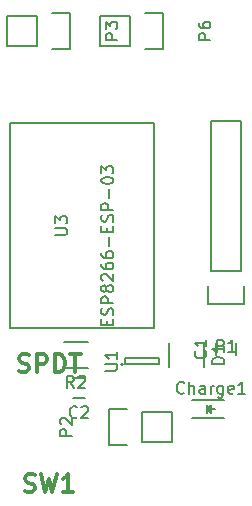
<source format=gto>
G04 #@! TF.FileFunction,Legend,Top*
%FSLAX46Y46*%
G04 Gerber Fmt 4.6, Leading zero omitted, Abs format (unit mm)*
G04 Created by KiCad (PCBNEW 4.0.2-4+6225~38~ubuntu14.04.1-stable) date Mon 25 Apr 2016 04:48:21 PM EDT*
%MOMM*%
G01*
G04 APERTURE LIST*
%ADD10C,0.100000*%
%ADD11C,0.150000*%
%ADD12C,0.304800*%
G04 APERTURE END LIST*
D10*
D11*
X162302000Y-102912000D02*
X162302000Y-85512000D01*
X162302000Y-85512000D02*
X174502000Y-85512000D01*
X174502000Y-85512000D02*
X174502000Y-102912000D01*
X174502000Y-102912000D02*
X162302000Y-102912000D01*
X179744000Y-104148000D02*
X179744000Y-105148000D01*
X181444000Y-105148000D02*
X181444000Y-104148000D01*
X167648000Y-108800000D02*
X168648000Y-108800000D01*
X168648000Y-107100000D02*
X167648000Y-107100000D01*
X177724000Y-110478000D02*
X180424000Y-110478000D01*
X177724000Y-108978000D02*
X180424000Y-108978000D01*
X179224000Y-109878000D02*
X179224000Y-109628000D01*
X179224000Y-109628000D02*
X179074000Y-109778000D01*
X178974000Y-109378000D02*
X178974000Y-110078000D01*
X179324000Y-109728000D02*
X179674000Y-109728000D01*
X178974000Y-109728000D02*
X179324000Y-109378000D01*
X179324000Y-109378000D02*
X179324000Y-110078000D01*
X179324000Y-110078000D02*
X178974000Y-109728000D01*
X175817000Y-106156000D02*
X175817000Y-104156000D01*
X178767000Y-104156000D02*
X178767000Y-106156000D01*
X179324000Y-98044000D02*
X179324000Y-85344000D01*
X179324000Y-85344000D02*
X181864000Y-85344000D01*
X181864000Y-85344000D02*
X181864000Y-98044000D01*
X179044000Y-100864000D02*
X179044000Y-99314000D01*
X179324000Y-98044000D02*
X181864000Y-98044000D01*
X182144000Y-99314000D02*
X182144000Y-100864000D01*
X182144000Y-100864000D02*
X179044000Y-100864000D01*
X173482000Y-109982000D02*
X176022000Y-109982000D01*
X170662000Y-109702000D02*
X172212000Y-109702000D01*
X173482000Y-109982000D02*
X173482000Y-112522000D01*
X172212000Y-112802000D02*
X170662000Y-112802000D01*
X170662000Y-112802000D02*
X170662000Y-109702000D01*
X173482000Y-112522000D02*
X176022000Y-112522000D01*
X176022000Y-112522000D02*
X176022000Y-109982000D01*
X164592000Y-78994000D02*
X162052000Y-78994000D01*
X167412000Y-79274000D02*
X165862000Y-79274000D01*
X164592000Y-78994000D02*
X164592000Y-76454000D01*
X165862000Y-76174000D02*
X167412000Y-76174000D01*
X167412000Y-76174000D02*
X167412000Y-79274000D01*
X164592000Y-76454000D02*
X162052000Y-76454000D01*
X162052000Y-76454000D02*
X162052000Y-78994000D01*
X172466000Y-78994000D02*
X169926000Y-78994000D01*
X175286000Y-79274000D02*
X173736000Y-79274000D01*
X172466000Y-78994000D02*
X172466000Y-76454000D01*
X173736000Y-76174000D02*
X175286000Y-76174000D01*
X175286000Y-76174000D02*
X175286000Y-79274000D01*
X172466000Y-76454000D02*
X169926000Y-76454000D01*
X169926000Y-76454000D02*
X169926000Y-78994000D01*
X166894000Y-104081000D02*
X168894000Y-104081000D01*
X168894000Y-106231000D02*
X166894000Y-106231000D01*
X171882000Y-105964000D02*
G75*
G03X171882000Y-105964000I-100000J0D01*
G01*
X172032000Y-105414000D02*
X172032000Y-105914000D01*
X174932000Y-105414000D02*
X172032000Y-105414000D01*
X174932000Y-105914000D02*
X174932000Y-105414000D01*
X172032000Y-105914000D02*
X174932000Y-105914000D01*
X166154381Y-94973905D02*
X166963905Y-94973905D01*
X167059143Y-94926286D01*
X167106762Y-94878667D01*
X167154381Y-94783429D01*
X167154381Y-94592952D01*
X167106762Y-94497714D01*
X167059143Y-94450095D01*
X166963905Y-94402476D01*
X166154381Y-94402476D01*
X166154381Y-94021524D02*
X166154381Y-93402476D01*
X166535333Y-93735810D01*
X166535333Y-93592952D01*
X166582952Y-93497714D01*
X166630571Y-93450095D01*
X166725810Y-93402476D01*
X166963905Y-93402476D01*
X167059143Y-93450095D01*
X167106762Y-93497714D01*
X167154381Y-93592952D01*
X167154381Y-93878667D01*
X167106762Y-93973905D01*
X167059143Y-94021524D01*
X170530571Y-102626286D02*
X170530571Y-102292952D01*
X171054381Y-102150095D02*
X171054381Y-102626286D01*
X170054381Y-102626286D01*
X170054381Y-102150095D01*
X171006762Y-101769143D02*
X171054381Y-101626286D01*
X171054381Y-101388190D01*
X171006762Y-101292952D01*
X170959143Y-101245333D01*
X170863905Y-101197714D01*
X170768667Y-101197714D01*
X170673429Y-101245333D01*
X170625810Y-101292952D01*
X170578190Y-101388190D01*
X170530571Y-101578667D01*
X170482952Y-101673905D01*
X170435333Y-101721524D01*
X170340095Y-101769143D01*
X170244857Y-101769143D01*
X170149619Y-101721524D01*
X170102000Y-101673905D01*
X170054381Y-101578667D01*
X170054381Y-101340571D01*
X170102000Y-101197714D01*
X171054381Y-100769143D02*
X170054381Y-100769143D01*
X170054381Y-100388190D01*
X170102000Y-100292952D01*
X170149619Y-100245333D01*
X170244857Y-100197714D01*
X170387714Y-100197714D01*
X170482952Y-100245333D01*
X170530571Y-100292952D01*
X170578190Y-100388190D01*
X170578190Y-100769143D01*
X170482952Y-99626286D02*
X170435333Y-99721524D01*
X170387714Y-99769143D01*
X170292476Y-99816762D01*
X170244857Y-99816762D01*
X170149619Y-99769143D01*
X170102000Y-99721524D01*
X170054381Y-99626286D01*
X170054381Y-99435809D01*
X170102000Y-99340571D01*
X170149619Y-99292952D01*
X170244857Y-99245333D01*
X170292476Y-99245333D01*
X170387714Y-99292952D01*
X170435333Y-99340571D01*
X170482952Y-99435809D01*
X170482952Y-99626286D01*
X170530571Y-99721524D01*
X170578190Y-99769143D01*
X170673429Y-99816762D01*
X170863905Y-99816762D01*
X170959143Y-99769143D01*
X171006762Y-99721524D01*
X171054381Y-99626286D01*
X171054381Y-99435809D01*
X171006762Y-99340571D01*
X170959143Y-99292952D01*
X170863905Y-99245333D01*
X170673429Y-99245333D01*
X170578190Y-99292952D01*
X170530571Y-99340571D01*
X170482952Y-99435809D01*
X170149619Y-98864381D02*
X170102000Y-98816762D01*
X170054381Y-98721524D01*
X170054381Y-98483428D01*
X170102000Y-98388190D01*
X170149619Y-98340571D01*
X170244857Y-98292952D01*
X170340095Y-98292952D01*
X170482952Y-98340571D01*
X171054381Y-98912000D01*
X171054381Y-98292952D01*
X170054381Y-97435809D02*
X170054381Y-97626286D01*
X170102000Y-97721524D01*
X170149619Y-97769143D01*
X170292476Y-97864381D01*
X170482952Y-97912000D01*
X170863905Y-97912000D01*
X170959143Y-97864381D01*
X171006762Y-97816762D01*
X171054381Y-97721524D01*
X171054381Y-97531047D01*
X171006762Y-97435809D01*
X170959143Y-97388190D01*
X170863905Y-97340571D01*
X170625810Y-97340571D01*
X170530571Y-97388190D01*
X170482952Y-97435809D01*
X170435333Y-97531047D01*
X170435333Y-97721524D01*
X170482952Y-97816762D01*
X170530571Y-97864381D01*
X170625810Y-97912000D01*
X170054381Y-96483428D02*
X170054381Y-96673905D01*
X170102000Y-96769143D01*
X170149619Y-96816762D01*
X170292476Y-96912000D01*
X170482952Y-96959619D01*
X170863905Y-96959619D01*
X170959143Y-96912000D01*
X171006762Y-96864381D01*
X171054381Y-96769143D01*
X171054381Y-96578666D01*
X171006762Y-96483428D01*
X170959143Y-96435809D01*
X170863905Y-96388190D01*
X170625810Y-96388190D01*
X170530571Y-96435809D01*
X170482952Y-96483428D01*
X170435333Y-96578666D01*
X170435333Y-96769143D01*
X170482952Y-96864381D01*
X170530571Y-96912000D01*
X170625810Y-96959619D01*
X170673429Y-95959619D02*
X170673429Y-95197714D01*
X170530571Y-94721524D02*
X170530571Y-94388190D01*
X171054381Y-94245333D02*
X171054381Y-94721524D01*
X170054381Y-94721524D01*
X170054381Y-94245333D01*
X171006762Y-93864381D02*
X171054381Y-93721524D01*
X171054381Y-93483428D01*
X171006762Y-93388190D01*
X170959143Y-93340571D01*
X170863905Y-93292952D01*
X170768667Y-93292952D01*
X170673429Y-93340571D01*
X170625810Y-93388190D01*
X170578190Y-93483428D01*
X170530571Y-93673905D01*
X170482952Y-93769143D01*
X170435333Y-93816762D01*
X170340095Y-93864381D01*
X170244857Y-93864381D01*
X170149619Y-93816762D01*
X170102000Y-93769143D01*
X170054381Y-93673905D01*
X170054381Y-93435809D01*
X170102000Y-93292952D01*
X171054381Y-92864381D02*
X170054381Y-92864381D01*
X170054381Y-92483428D01*
X170102000Y-92388190D01*
X170149619Y-92340571D01*
X170244857Y-92292952D01*
X170387714Y-92292952D01*
X170482952Y-92340571D01*
X170530571Y-92388190D01*
X170578190Y-92483428D01*
X170578190Y-92864381D01*
X170673429Y-91864381D02*
X170673429Y-91102476D01*
X170054381Y-90435810D02*
X170054381Y-90340571D01*
X170102000Y-90245333D01*
X170149619Y-90197714D01*
X170244857Y-90150095D01*
X170435333Y-90102476D01*
X170673429Y-90102476D01*
X170863905Y-90150095D01*
X170959143Y-90197714D01*
X171006762Y-90245333D01*
X171054381Y-90340571D01*
X171054381Y-90435810D01*
X171006762Y-90531048D01*
X170959143Y-90578667D01*
X170863905Y-90626286D01*
X170673429Y-90673905D01*
X170435333Y-90673905D01*
X170244857Y-90626286D01*
X170149619Y-90578667D01*
X170102000Y-90531048D01*
X170054381Y-90435810D01*
X170054381Y-89769143D02*
X170054381Y-89150095D01*
X170435333Y-89483429D01*
X170435333Y-89340571D01*
X170482952Y-89245333D01*
X170530571Y-89197714D01*
X170625810Y-89150095D01*
X170863905Y-89150095D01*
X170959143Y-89197714D01*
X171006762Y-89245333D01*
X171054381Y-89340571D01*
X171054381Y-89626286D01*
X171006762Y-89721524D01*
X170959143Y-89769143D01*
X178851143Y-104814666D02*
X178898762Y-104862285D01*
X178946381Y-105005142D01*
X178946381Y-105100380D01*
X178898762Y-105243238D01*
X178803524Y-105338476D01*
X178708286Y-105386095D01*
X178517810Y-105433714D01*
X178374952Y-105433714D01*
X178184476Y-105386095D01*
X178089238Y-105338476D01*
X177994000Y-105243238D01*
X177946381Y-105100380D01*
X177946381Y-105005142D01*
X177994000Y-104862285D01*
X178041619Y-104814666D01*
X178946381Y-103862285D02*
X178946381Y-104433714D01*
X178946381Y-104148000D02*
X177946381Y-104148000D01*
X178089238Y-104243238D01*
X178184476Y-104338476D01*
X178232095Y-104433714D01*
X167981334Y-110407143D02*
X167933715Y-110454762D01*
X167790858Y-110502381D01*
X167695620Y-110502381D01*
X167552762Y-110454762D01*
X167457524Y-110359524D01*
X167409905Y-110264286D01*
X167362286Y-110073810D01*
X167362286Y-109930952D01*
X167409905Y-109740476D01*
X167457524Y-109645238D01*
X167552762Y-109550000D01*
X167695620Y-109502381D01*
X167790858Y-109502381D01*
X167933715Y-109550000D01*
X167981334Y-109597619D01*
X168362286Y-109597619D02*
X168409905Y-109550000D01*
X168505143Y-109502381D01*
X168743239Y-109502381D01*
X168838477Y-109550000D01*
X168886096Y-109597619D01*
X168933715Y-109692857D01*
X168933715Y-109788095D01*
X168886096Y-109930952D01*
X168314667Y-110502381D01*
X168933715Y-110502381D01*
X177062095Y-108335143D02*
X177014476Y-108382762D01*
X176871619Y-108430381D01*
X176776381Y-108430381D01*
X176633523Y-108382762D01*
X176538285Y-108287524D01*
X176490666Y-108192286D01*
X176443047Y-108001810D01*
X176443047Y-107858952D01*
X176490666Y-107668476D01*
X176538285Y-107573238D01*
X176633523Y-107478000D01*
X176776381Y-107430381D01*
X176871619Y-107430381D01*
X177014476Y-107478000D01*
X177062095Y-107525619D01*
X177490666Y-108430381D02*
X177490666Y-107430381D01*
X177919238Y-108430381D02*
X177919238Y-107906571D01*
X177871619Y-107811333D01*
X177776381Y-107763714D01*
X177633523Y-107763714D01*
X177538285Y-107811333D01*
X177490666Y-107858952D01*
X178824000Y-108430381D02*
X178824000Y-107906571D01*
X178776381Y-107811333D01*
X178681143Y-107763714D01*
X178490666Y-107763714D01*
X178395428Y-107811333D01*
X178824000Y-108382762D02*
X178728762Y-108430381D01*
X178490666Y-108430381D01*
X178395428Y-108382762D01*
X178347809Y-108287524D01*
X178347809Y-108192286D01*
X178395428Y-108097048D01*
X178490666Y-108049429D01*
X178728762Y-108049429D01*
X178824000Y-108001810D01*
X179300190Y-108430381D02*
X179300190Y-107763714D01*
X179300190Y-107954190D02*
X179347809Y-107858952D01*
X179395428Y-107811333D01*
X179490666Y-107763714D01*
X179585905Y-107763714D01*
X180347810Y-107763714D02*
X180347810Y-108573238D01*
X180300191Y-108668476D01*
X180252572Y-108716095D01*
X180157333Y-108763714D01*
X180014476Y-108763714D01*
X179919238Y-108716095D01*
X180347810Y-108382762D02*
X180252572Y-108430381D01*
X180062095Y-108430381D01*
X179966857Y-108382762D01*
X179919238Y-108335143D01*
X179871619Y-108239905D01*
X179871619Y-107954190D01*
X179919238Y-107858952D01*
X179966857Y-107811333D01*
X180062095Y-107763714D01*
X180252572Y-107763714D01*
X180347810Y-107811333D01*
X181204953Y-108382762D02*
X181109715Y-108430381D01*
X180919238Y-108430381D01*
X180824000Y-108382762D01*
X180776381Y-108287524D01*
X180776381Y-107906571D01*
X180824000Y-107811333D01*
X180919238Y-107763714D01*
X181109715Y-107763714D01*
X181204953Y-107811333D01*
X181252572Y-107906571D01*
X181252572Y-108001810D01*
X180776381Y-108097048D01*
X182204953Y-108430381D02*
X181633524Y-108430381D01*
X181919238Y-108430381D02*
X181919238Y-107430381D01*
X181824000Y-107573238D01*
X181728762Y-107668476D01*
X181633524Y-107716095D01*
X180444381Y-105894095D02*
X179444381Y-105894095D01*
X179444381Y-105656000D01*
X179492000Y-105513142D01*
X179587238Y-105417904D01*
X179682476Y-105370285D01*
X179872952Y-105322666D01*
X180015810Y-105322666D01*
X180206286Y-105370285D01*
X180301524Y-105417904D01*
X180396762Y-105513142D01*
X180444381Y-105656000D01*
X180444381Y-105894095D01*
X180444381Y-104370285D02*
X180444381Y-104941714D01*
X180444381Y-104656000D02*
X179444381Y-104656000D01*
X179587238Y-104751238D01*
X179682476Y-104846476D01*
X179730095Y-104941714D01*
X179855905Y-104866381D02*
X179855905Y-103866381D01*
X180236858Y-103866381D01*
X180332096Y-103914000D01*
X180379715Y-103961619D01*
X180427334Y-104056857D01*
X180427334Y-104199714D01*
X180379715Y-104294952D01*
X180332096Y-104342571D01*
X180236858Y-104390190D01*
X179855905Y-104390190D01*
X181379715Y-104866381D02*
X180808286Y-104866381D01*
X181094000Y-104866381D02*
X181094000Y-103866381D01*
X180998762Y-104009238D01*
X180903524Y-104104476D01*
X180808286Y-104152095D01*
X167564381Y-111990095D02*
X166564381Y-111990095D01*
X166564381Y-111609142D01*
X166612000Y-111513904D01*
X166659619Y-111466285D01*
X166754857Y-111418666D01*
X166897714Y-111418666D01*
X166992952Y-111466285D01*
X167040571Y-111513904D01*
X167088190Y-111609142D01*
X167088190Y-111990095D01*
X166659619Y-111037714D02*
X166612000Y-110990095D01*
X166564381Y-110894857D01*
X166564381Y-110656761D01*
X166612000Y-110561523D01*
X166659619Y-110513904D01*
X166754857Y-110466285D01*
X166850095Y-110466285D01*
X166992952Y-110513904D01*
X167564381Y-111085333D01*
X167564381Y-110466285D01*
X171414381Y-78462095D02*
X170414381Y-78462095D01*
X170414381Y-78081142D01*
X170462000Y-77985904D01*
X170509619Y-77938285D01*
X170604857Y-77890666D01*
X170747714Y-77890666D01*
X170842952Y-77938285D01*
X170890571Y-77985904D01*
X170938190Y-78081142D01*
X170938190Y-78462095D01*
X170414381Y-77557333D02*
X170414381Y-76938285D01*
X170795333Y-77271619D01*
X170795333Y-77128761D01*
X170842952Y-77033523D01*
X170890571Y-76985904D01*
X170985810Y-76938285D01*
X171223905Y-76938285D01*
X171319143Y-76985904D01*
X171366762Y-77033523D01*
X171414381Y-77128761D01*
X171414381Y-77414476D01*
X171366762Y-77509714D01*
X171319143Y-77557333D01*
X179288381Y-78462095D02*
X178288381Y-78462095D01*
X178288381Y-78081142D01*
X178336000Y-77985904D01*
X178383619Y-77938285D01*
X178478857Y-77890666D01*
X178621714Y-77890666D01*
X178716952Y-77938285D01*
X178764571Y-77985904D01*
X178812190Y-78081142D01*
X178812190Y-78462095D01*
X178288381Y-77033523D02*
X178288381Y-77224000D01*
X178336000Y-77319238D01*
X178383619Y-77366857D01*
X178526476Y-77462095D01*
X178716952Y-77509714D01*
X179097905Y-77509714D01*
X179193143Y-77462095D01*
X179240762Y-77414476D01*
X179288381Y-77319238D01*
X179288381Y-77128761D01*
X179240762Y-77033523D01*
X179193143Y-76985904D01*
X179097905Y-76938285D01*
X178859810Y-76938285D01*
X178764571Y-76985904D01*
X178716952Y-77033523D01*
X178669333Y-77128761D01*
X178669333Y-77319238D01*
X178716952Y-77414476D01*
X178764571Y-77462095D01*
X178859810Y-77509714D01*
X167727334Y-107908381D02*
X167394000Y-107432190D01*
X167155905Y-107908381D02*
X167155905Y-106908381D01*
X167536858Y-106908381D01*
X167632096Y-106956000D01*
X167679715Y-107003619D01*
X167727334Y-107098857D01*
X167727334Y-107241714D01*
X167679715Y-107336952D01*
X167632096Y-107384571D01*
X167536858Y-107432190D01*
X167155905Y-107432190D01*
X168108286Y-107003619D02*
X168155905Y-106956000D01*
X168251143Y-106908381D01*
X168489239Y-106908381D01*
X168584477Y-106956000D01*
X168632096Y-107003619D01*
X168679715Y-107098857D01*
X168679715Y-107194095D01*
X168632096Y-107336952D01*
X168060667Y-107908381D01*
X168679715Y-107908381D01*
X170384381Y-106475905D02*
X171193905Y-106475905D01*
X171289143Y-106428286D01*
X171336762Y-106380667D01*
X171384381Y-106285429D01*
X171384381Y-106094952D01*
X171336762Y-105999714D01*
X171289143Y-105952095D01*
X171193905Y-105904476D01*
X170384381Y-105904476D01*
X171384381Y-104904476D02*
X171384381Y-105475905D01*
X171384381Y-105190191D02*
X170384381Y-105190191D01*
X170527238Y-105285429D01*
X170622476Y-105380667D01*
X170670095Y-105475905D01*
D12*
X163576000Y-116694857D02*
X163793714Y-116767429D01*
X164156571Y-116767429D01*
X164301714Y-116694857D01*
X164374285Y-116622286D01*
X164446857Y-116477143D01*
X164446857Y-116332000D01*
X164374285Y-116186857D01*
X164301714Y-116114286D01*
X164156571Y-116041714D01*
X163866285Y-115969143D01*
X163721143Y-115896571D01*
X163648571Y-115824000D01*
X163576000Y-115678857D01*
X163576000Y-115533714D01*
X163648571Y-115388571D01*
X163721143Y-115316000D01*
X163866285Y-115243429D01*
X164229143Y-115243429D01*
X164446857Y-115316000D01*
X164954857Y-115243429D02*
X165317714Y-116767429D01*
X165608000Y-115678857D01*
X165898286Y-116767429D01*
X166261143Y-115243429D01*
X167640000Y-116767429D02*
X166769143Y-116767429D01*
X167204571Y-116767429D02*
X167204571Y-115243429D01*
X167059428Y-115461143D01*
X166914286Y-115606286D01*
X166769143Y-115678857D01*
X163068000Y-106534857D02*
X163285714Y-106607429D01*
X163648571Y-106607429D01*
X163793714Y-106534857D01*
X163866285Y-106462286D01*
X163938857Y-106317143D01*
X163938857Y-106172000D01*
X163866285Y-106026857D01*
X163793714Y-105954286D01*
X163648571Y-105881714D01*
X163358285Y-105809143D01*
X163213143Y-105736571D01*
X163140571Y-105664000D01*
X163068000Y-105518857D01*
X163068000Y-105373714D01*
X163140571Y-105228571D01*
X163213143Y-105156000D01*
X163358285Y-105083429D01*
X163721143Y-105083429D01*
X163938857Y-105156000D01*
X164592000Y-106607429D02*
X164592000Y-105083429D01*
X165172572Y-105083429D01*
X165317714Y-105156000D01*
X165390286Y-105228571D01*
X165462857Y-105373714D01*
X165462857Y-105591429D01*
X165390286Y-105736571D01*
X165317714Y-105809143D01*
X165172572Y-105881714D01*
X164592000Y-105881714D01*
X166116000Y-106607429D02*
X166116000Y-105083429D01*
X166478857Y-105083429D01*
X166696572Y-105156000D01*
X166841714Y-105301143D01*
X166914286Y-105446286D01*
X166986857Y-105736571D01*
X166986857Y-105954286D01*
X166914286Y-106244571D01*
X166841714Y-106389714D01*
X166696572Y-106534857D01*
X166478857Y-106607429D01*
X166116000Y-106607429D01*
X167422286Y-105083429D02*
X168293143Y-105083429D01*
X167857714Y-106607429D02*
X167857714Y-105083429D01*
M02*

</source>
